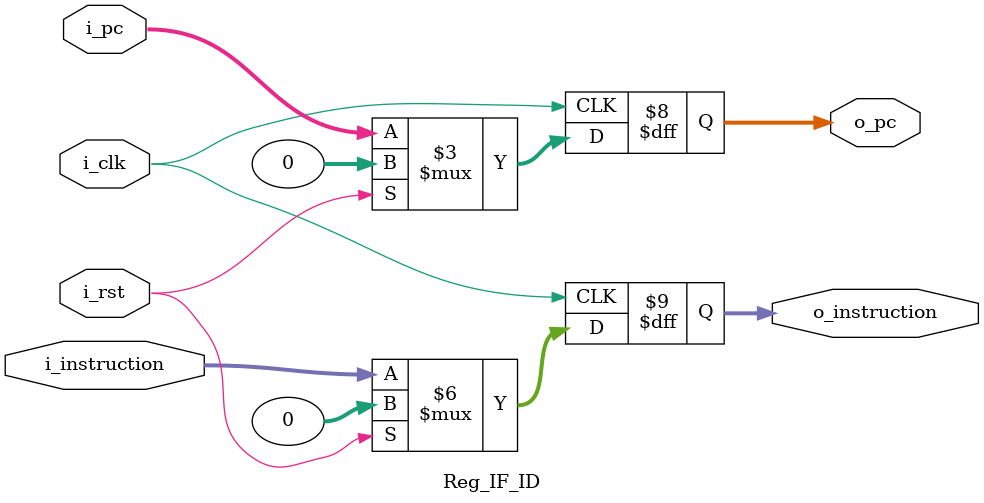
<source format=v>
`timescale 1ns / 1ps

module Reg_IF_ID #(
    parameter   NBITS = 32
)(
    input wire                      i_clk,
    input wire                      i_rst,
    input wire      [NBITS-1:0]     i_pc,
    input wire      [NBITS-1:0]     i_instruction,
    
    output reg      [NBITS-1:0]     o_pc,
    output reg      [NBITS-1:0]     o_instruction
);

always @(posedge i_clk) begin
    if ( i_rst ) begin
        {o_pc, o_instruction} <= 0;
    end
    else begin
        o_pc <= i_pc;
        o_instruction <= i_instruction;
    end
end

endmodule

</source>
